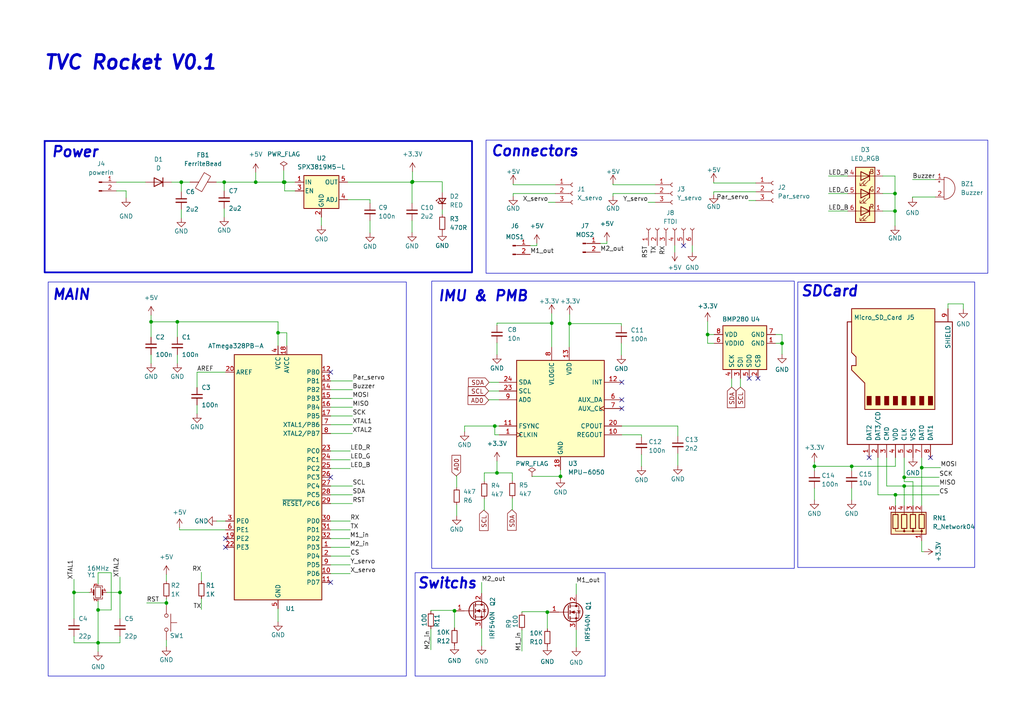
<source format=kicad_sch>
(kicad_sch (version 20230121) (generator eeschema)
  (paper "A4")
  (title_block (title "TVC Rocket") (rev "V0.1") (company "Ibrahim Essam Ibrahim"))
  (lib_symbols
    (symbol "Connector:Conn_01x02_Pin" (pin_names (offset 1.016) hide)
      (property "Reference" "J" (at 0 2.54 0))
      (property "Value" "Conn_01x02_Pin" (at 0 -5.08 0))
      (symbol "Conn_01x02_Pin_1_1"
        (pin passive line (at 5.08 0 180) (length 3.81) (name "Pin_1") (number "1"))
        (pin passive line (at 5.08 -2.54 180) (length 3.81) (name "Pin_2") (number "2"))
      )
    )
    (symbol "Connector:Conn_01x03_Socket" (pin_names (offset 1.016) hide)
      (property "Reference" "J" (at 0 5.08 0))
      (property "Value" "Conn_01x03_Socket" (at 0 -5.08 0))
      (symbol "Conn_01x03_Socket_1_1"
        (pin passive line (at -5.08 2.54 0) (length 3.81) (name "Pin_1") (number "1"))
        (pin passive line (at -5.08 0 0) (length 3.81) (name "Pin_2") (number "2"))
        (pin passive line (at -5.08 -2.54 0) (length 3.81) (name "Pin_3") (number "3"))
      )
    )
    (symbol "Connector:Conn_01x06_Socket" (pin_names (offset 1.016) hide)
      (property "Reference" "J" (at 0 7.62 0))
      (property "Value" "Conn_01x06_Socket" (at 0 -10.16 0))
      (symbol "Conn_01x06_Socket_1_1"
        (pin passive line (at -5.08 5.08 0) (length 3.81) (name "Pin_1") (number "1"))
        (pin passive line (at -5.08 2.54 0) (length 3.81) (name "Pin_2") (number "2"))
        (pin passive line (at -5.08 0 0) (length 3.81) (name "Pin_3") (number "3"))
        (pin passive line (at -5.08 -2.54 0) (length 3.81) (name "Pin_4") (number "4"))
        (pin passive line (at -5.08 -5.08 0) (length 3.81) (name "Pin_5") (number "5"))
        (pin passive line (at -5.08 -7.62 0) (length 3.81) (name "Pin_6") (number "6"))
      )
    )
    (symbol "Connector:Micro_SD_Card" (pin_names (offset 1.016))
      (property "Reference" "J" (at -16.51 15.24 0))
      (property "Value" "Micro_SD_Card" (at 16.51 15.24 0))
      (symbol "Micro_SD_Card_1_1"
        (pin bidirectional line (at -22.86 7.62 0) (length 3.81) (name "DAT2") (number "1"))
        (pin bidirectional line (at -22.86 5.08 0) (length 3.81) (name "DAT3/CD") (number "2"))
        (pin input line (at -22.86 2.54 0) (length 3.81) (name "CMD") (number "3"))
        (pin power_in line (at -22.86 0 0) (length 3.81) (name "VDD") (number "4"))
        (pin input line (at -22.86 -2.54 0) (length 3.81) (name "CLK") (number "5"))
        (pin power_in line (at -22.86 -5.08 0) (length 3.81) (name "VSS") (number "6"))
        (pin bidirectional line (at -22.86 -7.62 0) (length 3.81) (name "DAT0") (number "7"))
        (pin bidirectional line (at -22.86 -10.16 0) (length 3.81) (name "DAT1") (number "8"))
        (pin passive line (at 20.32 -15.24 180) (length 3.81) (name "SHIELD") (number "9"))
      )
    )
    (symbol "Device:Buzzer" (pin_names (offset 0.0254) hide)
      (property "Reference" "BZ" (at 3.81 1.27 0))
      (property "Value" "Buzzer" (at 3.81 -1.27 0))
      (symbol "Buzzer_1_1"
        (pin passive line (at -2.54 2.54 0) (length 2.54) (name "-") (number "1"))
        (pin passive line (at -2.54 -2.54 0) (length 2.54) (name "+") (number "2"))
      )
    )
    (symbol "Device:C_Small" (pin_numbers hide) (pin_names (offset 0.254) hide)
      (property "Reference" "C" (at 0.254 1.778 0))
      (property "Value" "C_Small" (at 0.254 -2.032 0))
      (symbol "C_Small_1_1"
        (pin passive line (at 0 2.54 270) (length 2.032) (name "~") (number "1"))
        (pin passive line (at 0 -2.54 90) (length 2.032) (name "~") (number "2"))
      )
    )
    (symbol "Device:Crystal_GND23_Small" (pin_names (offset 1.016) hide)
      (property "Reference" "Y" (at 1.27 4.445 0))
      (property "Value" "Crystal_GND23_Small" (at 1.27 2.54 0))
      (symbol "Crystal_GND23_Small_1_1"
        (pin passive line (at -2.54 0 0) (length 1.27) (name "1") (number "1"))
        (pin passive line (at 0 -2.54 90) (length 0.635) (name "2") (number "2"))
        (pin passive line (at 0 2.54 270) (length 0.635) (name "3") (number "3"))
        (pin passive line (at 2.54 0 180) (length 1.27) (name "4") (number "4"))
      )
    )
    (symbol "Device:D" (pin_numbers hide) (pin_names (offset 1.016) hide)
      (property "Reference" "D" (at 0 2.54 0))
      (property "Value" "D" (at 0 -2.54 0))
      (symbol "D_1_1"
        (pin passive line (at -3.81 0 0) (length 2.54) (name "K") (number "1"))
        (pin passive line (at 3.81 0 180) (length 2.54) (name "A") (number "2"))
      )
    )
    (symbol "Device:FerriteBead" (pin_numbers hide) (pin_names (offset 0))
      (property "Reference" "FB" (at -3.81 0.635 90))
      (property "Value" "FerriteBead" (at 3.81 0 90))
      (symbol "FerriteBead_1_1"
        (pin passive line (at 0 3.81 270) (length 2.54) (name "~") (number "1"))
        (pin passive line (at 0 -3.81 90) (length 2.54) (name "~") (number "2"))
      )
    )
    (symbol "Device:LED_RGB" (pin_names (offset 0) hide)
      (property "Reference" "D" (at 0 9.398 0))
      (property "Value" "LED_RGB" (at 0 -8.89 0))
      (symbol "LED_RGB_0_0"
        (text "B" (at -1.905 -6.35 0) (effects (font (size 1.27 1.27))))
        (text "G" (at -1.905 -1.27 0) (effects (font (size 1.27 1.27))))
        (text "R" (at -1.905 3.81 0) (effects (font (size 1.27 1.27))))
      )
      (symbol "LED_RGB_1_1"
        (pin passive line (at -5.08 5.08 0) (length 2.54) (name "RK") (number "1"))
        (pin passive line (at -5.08 0 0) (length 2.54) (name "GK") (number "2"))
        (pin passive line (at -5.08 -5.08 0) (length 2.54) (name "BK") (number "3"))
        (pin passive line (at 5.08 -5.08 180) (length 2.54) (name "BA") (number "4"))
        (pin passive line (at 5.08 0 180) (length 2.54) (name "GA") (number "5"))
        (pin passive line (at 5.08 5.08 180) (length 2.54) (name "RA") (number "6"))
      )
    )
    (symbol "Device:LED_Small" (pin_numbers hide) (pin_names (offset 0.254) hide)
      (property "Reference" "D" (at -1.27 3.175 0))
      (property "Value" "LED_Small" (at -4.445 -2.54 0))
      (symbol "LED_Small_1_1"
        (pin passive line (at -2.54 0 0) (length 1.778) (name "K") (number "1"))
        (pin passive line (at 2.54 0 180) (length 1.778) (name "A") (number "2"))
      )
    )
    (symbol "Device:R_Network04" (pin_names (offset 0) hide)
      (property "Reference" "RN" (at -7.62 0 90))
      (property "Value" "R_Network04" (at 5.08 0 90))
      (symbol "R_Network04_1_1"
        (pin passive line (at -5.08 5.08 270) (length 2.54) (name "common") (number "1"))
        (pin passive line (at -5.08 -5.08 90) (length 1.27) (name "R1") (number "2"))
        (pin passive line (at -2.54 -5.08 90) (length 1.27) (name "R2") (number "3"))
        (pin passive line (at 0 -5.08 90) (length 1.27) (name "R3") (number "4"))
        (pin passive line (at 2.54 -5.08 90) (length 1.27) (name "R4") (number "5"))
      )
    )
    (symbol "Device:R_Small" (pin_numbers hide) (pin_names (offset 0.254) hide)
      (property "Reference" "R" (at 0.762 0.508 0))
      (property "Value" "R_Small" (at 0.762 -1.016 0))
      (symbol "R_Small_1_1"
        (pin passive line (at 0 2.54 270) (length 0.762) (name "~") (number "1"))
        (pin passive line (at 0 -2.54 90) (length 0.762) (name "~") (number "2"))
      )
    )
    (symbol "MCU_Microchip_ATmega:ATmega328PB-A"
      (property "Reference" "U" (at -12.7 36.83 0))
      (property "Value" "ATmega328PB-A" (at 2.54 -36.83 0))
      (symbol "ATmega328PB-A_1_1"
        (pin bidirectional line (at 15.24 -20.32 180) (length 2.54) (name "PD3") (number "1"))
        (pin bidirectional line (at 15.24 -27.94 180) (length 2.54) (name "PD6") (number "10"))
        (pin bidirectional line (at 15.24 -30.48 180) (length 2.54) (name "PD7") (number "11"))
        (pin bidirectional line (at 15.24 30.48 180) (length 2.54) (name "PB0") (number "12"))
        (pin bidirectional line (at 15.24 27.94 180) (length 2.54) (name "PB1") (number "13"))
        (pin bidirectional line (at 15.24 25.4 180) (length 2.54) (name "PB2") (number "14"))
        (pin bidirectional line (at 15.24 22.86 180) (length 2.54) (name "PB3") (number "15"))
        (pin bidirectional line (at 15.24 20.32 180) (length 2.54) (name "PB4") (number "16"))
        (pin bidirectional line (at 15.24 17.78 180) (length 2.54) (name "PB5") (number "17"))
        (pin power_in line (at 2.54 38.1 270) (length 2.54) (name "AVCC") (number "18"))
        (pin bidirectional line (at -15.24 -17.78 0) (length 2.54) (name "PE2") (number "19"))
        (pin bidirectional line (at 15.24 -22.86 180) (length 2.54) (name "PD4") (number "2"))
        (pin passive line (at -15.24 30.48 0) (length 2.54) (name "AREF") (number "20"))
        (pin passive line (at 0 -38.1 90) (length 2.54) hide (name "GND") (number "21"))
        (pin bidirectional line (at -15.24 -20.32 0) (length 2.54) (name "PE3") (number "22"))
        (pin bidirectional line (at 15.24 7.62 180) (length 2.54) (name "PC0") (number "23"))
        (pin bidirectional line (at 15.24 5.08 180) (length 2.54) (name "PC1") (number "24"))
        (pin bidirectional line (at 15.24 2.54 180) (length 2.54) (name "PC2") (number "25"))
        (pin bidirectional line (at 15.24 0 180) (length 2.54) (name "PC3") (number "26"))
        (pin bidirectional line (at 15.24 -2.54 180) (length 2.54) (name "PC4") (number "27"))
        (pin bidirectional line (at 15.24 -5.08 180) (length 2.54) (name "PC5") (number "28"))
        (pin bidirectional line (at 15.24 -7.62 180) (length 2.54) (name "~{RESET}/PC6") (number "29"))
        (pin bidirectional line (at -15.24 -12.7 0) (length 2.54) (name "PE0") (number "3"))
        (pin bidirectional line (at 15.24 -12.7 180) (length 2.54) (name "PD0") (number "30"))
        (pin bidirectional line (at 15.24 -15.24 180) (length 2.54) (name "PD1") (number "31"))
        (pin bidirectional line (at 15.24 -17.78 180) (length 2.54) (name "PD2") (number "32"))
        (pin power_in line (at 0 38.1 270) (length 2.54) (name "VCC") (number "4"))
        (pin power_in line (at 0 -38.1 90) (length 2.54) (name "GND") (number "5"))
        (pin bidirectional line (at -15.24 -15.24 0) (length 2.54) (name "PE1") (number "6"))
        (pin bidirectional line (at 15.24 15.24 180) (length 2.54) (name "XTAL1/PB6") (number "7"))
        (pin bidirectional line (at 15.24 12.7 180) (length 2.54) (name "XTAL2/PB7") (number "8"))
        (pin bidirectional line (at 15.24 -25.4 180) (length 2.54) (name "PD5") (number "9"))
      )
    )
    (symbol "Regulator_Linear:SPX3819M5-L" (pin_names (offset 0.254))
      (property "Reference" "U" (at -3.81 5.715 0))
      (property "Value" "SPX3819M5-L" (at 0 5.715 0))
      (symbol "SPX3819M5-L_1_1"
        (pin power_in line (at -7.62 2.54 0) (length 2.54) (name "IN") (number "1"))
        (pin power_in line (at 0 -7.62 90) (length 2.54) (name "GND") (number "2"))
        (pin input line (at -7.62 0 0) (length 2.54) (name "EN") (number "3"))
        (pin input line (at 7.62 -2.54 180) (length 2.54) (name "ADJ") (number "4"))
        (pin power_out line (at 7.62 2.54 180) (length 2.54) (name "OUT") (number "5"))
      )
    )
    (symbol "Sensor_Motion:MPU-6050"
      (property "Reference" "U" (at -11.43 13.97 0))
      (property "Value" "MPU-6050" (at 7.62 -15.24 0))
      (symbol "MPU-6050_0_0"
        (text "" (at 12.7 -2.54 0) (effects (font (size 1.27 1.27))))
      )
      (symbol "MPU-6050_1_1"
        (pin input clock (at -17.78 -7.62 0) (length 5.08) (name "CLKIN") (number "1"))
        (pin passive line (at 17.78 -7.62 180) (length 5.08) (name "REGOUT") (number "10"))
        (pin input line (at -17.78 -5.08 0) (length 5.08) (name "FSYNC") (number "11"))
        (pin output line (at 17.78 7.62 180) (length 5.08) (name "INT") (number "12"))
        (pin power_in line (at 2.54 17.78 270) (length 3.81) (name "VDD") (number "13"))
        (pin no_connect line (at -12.7 -10.16 0) (length 2.54) hide (name "NC") (number "14"))
        (pin no_connect line (at 12.7 12.7 180) (length 2.54) hide (name "NC") (number "15"))
        (pin no_connect line (at 12.7 10.16 180) (length 2.54) hide (name "NC") (number "16"))
        (pin no_connect line (at 12.7 5.08 180) (length 2.54) hide (name "NC") (number "17"))
        (pin power_in line (at 0 -17.78 90) (length 3.81) (name "GND") (number "18"))
        (pin no_connect line (at 12.7 -10.16 180) (length 2.54) hide (name "RESV") (number "19"))
        (pin no_connect line (at -12.7 12.7 0) (length 2.54) hide (name "NC") (number "2"))
        (pin passive line (at 17.78 -5.08 180) (length 5.08) (name "CPOUT") (number "20"))
        (pin no_connect line (at 12.7 -2.54 180) (length 2.54) hide (name "RESV") (number "21"))
        (pin no_connect line (at 12.7 -12.7 180) (length 2.54) hide (name "RESV") (number "22"))
        (pin input line (at -17.78 5.08 0) (length 5.08) (name "SCL") (number "23"))
        (pin bidirectional line (at -17.78 7.62 0) (length 5.08) (name "SDA") (number "24"))
        (pin no_connect line (at -12.7 10.16 0) (length 2.54) hide (name "NC") (number "3"))
        (pin no_connect line (at -12.7 0 0) (length 2.54) hide (name "NC") (number "4"))
        (pin no_connect line (at -12.7 -2.54 0) (length 2.54) hide (name "NC") (number "5"))
        (pin bidirectional line (at 17.78 2.54 180) (length 5.08) (name "AUX_DA") (number "6"))
        (pin output clock (at 17.78 0 180) (length 5.08) (name "AUX_CL") (number "7"))
        (pin power_in line (at -2.54 17.78 270) (length 3.81) (name "VLOGIC") (number "8"))
        (pin input line (at -17.78 2.54 0) (length 5.08) (name "AD0") (number "9"))
      )
    )
    (symbol "Sensor_Pressure:BMP280"
      (property "Reference" "U" (at -7.62 10.16 0))
      (property "Value" "BMP280" (at 5.08 10.16 0))
      (symbol "BMP280_1_1"
        (pin power_in line (at 0 -7.62 90) (length 2.54) (name "GND") (number "1"))
        (pin input line (at -10.16 -2.54 0) (length 2.54) (name "CSB") (number "2"))
        (pin bidirectional line (at -10.16 2.54 0) (length 2.54) (name "SDI") (number "3"))
        (pin input line (at -10.16 5.08 0) (length 2.54) (name "SCK") (number "4"))
        (pin bidirectional line (at -10.16 0 0) (length 2.54) (name "SDO") (number "5"))
        (pin power_in line (at 0 10.16 270) (length 2.54) (name "VDDIO") (number "6"))
        (pin power_in line (at 2.54 -7.62 90) (length 2.54) (name "GND") (number "7"))
        (pin power_in line (at 2.54 10.16 270) (length 2.54) (name "VDD") (number "8"))
      )
    )
    (symbol "Switch:SW_Push" (pin_numbers hide) (pin_names (offset 1.016) hide)
      (property "Reference" "SW" (at 1.27 2.54 0))
      (property "Value" "SW_Push" (at 0 -1.524 0))
      (symbol "SW_Push_0_1"
        (pin passive line (at -5.08 0 0) (length 2.54) (name "1") (number "1"))
        (pin passive line (at 5.08 0 180) (length 2.54) (name "2") (number "2"))
      )
    )
    (symbol "Transistor_FET:IRF540N" (pin_names hide)
      (property "Reference" "Q" (at 6.35 1.905 0))
      (property "Value" "IRF540N" (at 6.35 0 0))
      (symbol "IRF540N_1_1"
        (pin input line (at -5.08 0 0) (length 2.54) (name "G") (number "1"))
        (pin passive line (at 2.54 5.08 270) (length 2.54) (name "D") (number "2"))
        (pin passive line (at 2.54 -5.08 90) (length 2.54) (name "S") (number "3"))
      )
    )
    (symbol "power:+3.3V" (power) (pin_names (offset 0))
      (property "Value" "+3.3V" (at 0 3.556 0))
      (symbol "+3.3V_1_1"
        (pin power_in line (at 0 0 90) (length 0) hide (name "+3.3V") (number "1"))
      )
    )
    (symbol "power:+5V" (power) (pin_names (offset 0))
      (property "Value" "+5V" (at 0 3.556 0))
      (symbol "+5V_1_1"
        (pin power_in line (at 0 0 90) (length 0) hide (name "+5V") (number "1"))
      )
    )
    (symbol "power:GND" (power) (pin_names (offset 0))
      (property "Value" "GND" (at 0 -3.81 0))
      (symbol "GND_1_1"
        (pin power_in line (at 0 0 270) (length 0) hide (name "GND") (number "1"))
      )
    )
    (symbol "power:PWR_FLAG" (power) (pin_numbers hide) (pin_names (offset 0) hide)
      (property "Value" "PWR_FLAG" (at 0 3.81 0))
      (symbol "PWR_FLAG_0_0"
        (pin power_out line (at 0 0 90) (length 0) (name "pwr") (number "1"))
      )
    )
  )
  (junction (at 52.578 52.832))
  (junction (at 259.588 56.134))
  (junction (at 236.22 135.255))
  (junction (at 158.75 177.546))
  (junction (at 205.232 97.028))
  (junction (at 82.55 52.832))
  (junction (at 28.448 176.911))
  (junction (at 65.024 52.832))
  (junction (at 48.26 174.879))
  (junction (at 119.634 52.705))
  (junction (at 74.168 52.832))
  (junction (at 80.645 96.52))
  (junction (at 43.815 93.345))
  (junction (at 34.798 171.831))
  (junction (at 131.826 177.165))
  (junction (at 144.145 137.16))
  (junction (at 162.56 138.176))
  (junction (at 51.435 93.345))
  (junction (at 247.015 135.255))
  (junction (at 267.335 135.636))
  (junction (at 82.296 52.832))
  (junction (at 262.255 140.97))
  (junction (at 28.448 186.436))
  (junction (at 160.02 93.726))
  (junction (at 259.588 61.214))
  (junction (at 21.463 171.831))
  (junction (at 259.715 143.51))
  (junction (at 226.822 99.568))
  (junction (at 165.227 93.853))
  (junction (at 143.51 123.571))
  (junction (at 262.255 138.43))
  (junction (at 119.507 52.832))
  (no_connect (at 198.247 71.247))
  (no_connect (at 252.095 132.715))
  (no_connect (at 95.885 138.43))
  (no_connect (at 219.837 109.728))
  (no_connect (at 180.34 110.871))
  (no_connect (at 269.875 132.715))
  (no_connect (at 65.405 156.21))
  (no_connect (at 95.885 168.91))
  (no_connect (at 95.885 107.95))
  (no_connect (at 180.34 118.491))
  (no_connect (at 217.297 109.728))
  (no_connect (at 65.405 158.75))
  (no_connect (at 180.34 115.951))
  (wire (pts (xy 119.507 52.832) (xy 119.634 52.832)))
  (wire (pts (xy 119.634 52.705) (xy 119.634 52.832)))
  (wire (pts (xy 43.815 102.87) (xy 43.815 105.41)))
  (wire (pts (xy 262.255 132.715) (xy 262.255 138.43)))
  (wire (pts (xy 119.634 49.784) (xy 119.634 52.705)))
  (wire (pts (xy 107.315 57.912) (xy 107.315 58.928)))
  (wire (pts (xy 131.826 177.165) (xy 131.826 182.118)))
  (wire (pts (xy 141.732 115.951) (xy 141.732 116.078)))
  (wire (pts (xy 65.405 153.67) (xy 52.07 153.67)))
  (wire (pts (xy 52.578 60.706) (xy 52.578 63.246)))
  (wire (pts (xy 57.15 107.95) (xy 65.405 107.95)))
  (wire (pts (xy 101.6 133.35) (xy 95.885 133.35)))
  (wire (pts (xy 28.448 176.911) (xy 28.448 186.436)))
  (wire (pts (xy 176.022 69.977) (xy 176.022 70.612)))
  (wire (pts (xy 132.461 141.351) (xy 132.461 138.049)))
  (wire (pts (xy 58.42 176.784) (xy 58.42 173.609)))
  (wire (pts (xy 80.645 96.52) (xy 83.185 96.52)))
  (wire (pts (xy 186.055 131.826) (xy 186.055 135.255)))
  (wire (pts (xy 36.576 55.372) (xy 36.576 57.404)))
  (wire (pts (xy 205.232 93.218) (xy 205.232 97.028)))
  (wire (pts (xy 21.463 168.021) (xy 21.463 171.831)))
  (wire (pts (xy 167.132 169.291) (xy 167.132 172.466)))
  (wire (pts (xy 247.015 135.255) (xy 247.015 136.525)))
  (wire (pts (xy 95.885 118.11) (xy 102.235 118.11)))
  (wire (pts (xy 51.435 93.345) (xy 51.435 97.79)))
  (wire (pts (xy 65.024 52.832) (xy 65.024 55.372)))
  (wire (pts (xy 240.284 51.054) (xy 245.872 51.054)))
  (wire (pts (xy 148.844 53.594) (xy 148.844 53.34)))
  (wire (pts (xy 153.797 71.247) (xy 155.702 71.247)))
  (wire (pts (xy 101.6 153.67) (xy 95.885 153.67)))
  (wire (pts (xy 256.032 56.134) (xy 259.588 56.134)))
  (wire (pts (xy 124.968 188.468) (xy 124.968 182.372)))
  (wire (pts (xy 162.56 138.176) (xy 154.305 138.176)))
  (wire (pts (xy 180.34 123.571) (xy 196.596 123.571)))
  (wire (pts (xy 177.8 53.594) (xy 189.992 53.594)))
  (wire (pts (xy 247.015 141.605) (xy 247.015 145.034)))
  (wire (pts (xy 272.415 140.97) (xy 262.255 140.97)))
  (wire (pts (xy 28.448 176.911) (xy 28.448 174.371)))
  (wire (pts (xy 95.885 146.05) (xy 102.235 146.05)))
  (wire (pts (xy 279.4 89.662) (xy 279.4 88.138)))
  (wire (pts (xy 119.507 52.832) (xy 100.838 52.832)))
  (wire (pts (xy 140.462 137.16) (xy 144.145 137.16)))
  (wire (pts (xy 21.463 184.531) (xy 21.463 186.436)))
  (wire (pts (xy 180.213 94.488) (xy 180.213 93.853)))
  (wire (pts (xy 139.7 182.245) (xy 139.7 187.325)))
  (wire (pts (xy 144.145 93.726) (xy 160.02 93.726)))
  (wire (pts (xy 131.826 177.165) (xy 131.826 177.038)))
  (wire (pts (xy 262.255 138.43) (xy 272.415 138.43)))
  (wire (pts (xy 52.578 55.626) (xy 52.578 52.832)))
  (wire (pts (xy 226.822 97.028) (xy 224.917 97.028)))
  (wire (pts (xy 240.284 61.214) (xy 245.872 61.214)))
  (wire (pts (xy 101.6 163.83) (xy 95.885 163.83)))
  (wire (pts (xy 57.15 117.475) (xy 57.15 120.015)))
  (wire (pts (xy 148.844 53.594) (xy 161.036 53.594)))
  (wire (pts (xy 226.822 102.743) (xy 226.822 99.568)))
  (wire (pts (xy 48.26 173.609) (xy 48.26 174.879)))
  (wire (pts (xy 207.01 55.626) (xy 207.01 56.388)))
  (wire (pts (xy 259.715 132.715) (xy 259.715 135.255)))
  (wire (pts (xy 65.024 52.832) (xy 74.168 52.832)))
  (wire (pts (xy 259.715 143.51) (xy 259.715 146.685)))
  (wire (pts (xy 165.227 91.186) (xy 165.227 93.853)))
  (wire (pts (xy 267.335 160.02) (xy 267.97 160.02)))
  (wire (pts (xy 131.826 177.165) (xy 132.08 177.165)))
  (wire (pts (xy 279.4 88.138) (xy 274.955 88.138)))
  (wire (pts (xy 195.707 73.152) (xy 195.707 71.247)))
  (wire (pts (xy 272.796 135.636) (xy 267.335 135.636)))
  (wire (pts (xy 128.27 60.833) (xy 128.27 62.23)))
  (wire (pts (xy 48.26 174.879) (xy 48.26 175.514)))
  (wire (pts (xy 30.988 171.831) (xy 34.798 171.831)))
  (wire (pts (xy 101.6 130.81) (xy 95.885 130.81)))
  (wire (pts (xy 257.175 140.97) (xy 257.175 132.715)))
  (wire (pts (xy 247.015 135.255) (xy 236.22 135.255)))
  (wire (pts (xy 262.255 138.43) (xy 262.255 139.7)))
  (wire (pts (xy 28.448 169.291) (xy 28.448 166.116)))
  (wire (pts (xy 177.8 53.594) (xy 177.8 53.34)))
  (wire (pts (xy 180.34 126.111) (xy 186.055 126.111)))
  (wire (pts (xy 43.815 93.345) (xy 51.435 93.345)))
  (wire (pts (xy 264.668 57.15) (xy 264.668 57.404)))
  (wire (pts (xy 100.838 57.912) (xy 107.315 57.912)))
  (wire (pts (xy 158.75 177.546) (xy 158.75 177.419)))
  (wire (pts (xy 85.598 55.372) (xy 82.55 55.372)))
  (wire (pts (xy 144.145 99.441) (xy 144.145 102.87)))
  (wire (pts (xy 207.01 55.626) (xy 219.202 55.626)))
  (wire (pts (xy 62.865 151.13) (xy 65.405 151.13)))
  (wire (pts (xy 165.1 93.853) (xy 165.227 93.853)))
  (wire (pts (xy 144.78 126.111) (xy 143.51 126.111)))
  (wire (pts (xy 143.51 126.111) (xy 143.51 123.571)))
  (wire (pts (xy 95.885 120.65) (xy 102.235 120.65)))
  (wire (pts (xy 236.22 141.605) (xy 236.22 145.034)))
  (wire (pts (xy 101.6 135.89) (xy 95.885 135.89)))
  (wire (pts (xy 141.732 113.411) (xy 144.78 113.411)))
  (wire (pts (xy 102.235 143.51) (xy 95.885 143.51)))
  (wire (pts (xy 207.01 53.086) (xy 207.01 52.832)))
  (wire (pts (xy 49.784 52.832) (xy 52.578 52.832)))
  (wire (pts (xy 28.448 186.436) (xy 28.448 188.976)))
  (wire (pts (xy 167.132 182.626) (xy 167.132 187.706)))
  (wire (pts (xy 158.75 177.419) (xy 151.384 177.419)))
  (wire (pts (xy 226.822 97.028) (xy 226.822 99.568)))
  (wire (pts (xy 82.296 49.403) (xy 82.296 52.832)))
  (wire (pts (xy 51.435 93.345) (xy 80.645 93.345)))
  (wire (pts (xy 33.782 55.372) (xy 36.576 55.372)))
  (wire (pts (xy 259.715 135.255) (xy 247.015 135.255)))
  (wire (pts (xy 42.545 174.879) (xy 48.26 174.879)))
  (wire (pts (xy 95.885 166.37) (xy 101.6 166.37)))
  (wire (pts (xy 259.588 56.134) (xy 259.588 61.214)))
  (wire (pts (xy 159.004 58.674) (xy 161.036 58.674)))
  (wire (pts (xy 155.702 70.612) (xy 155.702 71.247)))
  (wire (pts (xy 132.461 146.431) (xy 132.461 149.606)))
  (wire (pts (xy 177.8 56.134) (xy 189.992 56.134)))
  (wire (pts (xy 33.782 52.832) (xy 42.164 52.832)))
  (wire (pts (xy 144.78 123.571) (xy 143.51 123.571)))
  (wire (pts (xy 148.844 56.134) (xy 148.844 56.896)))
  (wire (pts (xy 139.7 168.91) (xy 139.7 172.085)))
  (wire (pts (xy 205.232 97.028) (xy 205.232 99.568)))
  (wire (pts (xy 162.56 136.271) (xy 162.56 138.176)))
  (wire (pts (xy 160.02 93.726) (xy 160.02 100.711)))
  (wire (pts (xy 101.6 151.13) (xy 95.885 151.13)))
  (wire (pts (xy 140.462 147.955) (xy 140.335 147.955)))
  (wire (pts (xy 32.258 176.911) (xy 28.448 176.911)))
  (wire (pts (xy 102.235 125.73) (xy 95.885 125.73)))
  (wire (pts (xy 95.885 110.49) (xy 102.235 110.49)))
  (wire (pts (xy 144.145 94.361) (xy 144.145 93.726)))
  (wire (pts (xy 48.26 166.624) (xy 48.26 168.529)))
  (wire (pts (xy 48.26 185.674) (xy 48.26 187.579)))
  (wire (pts (xy 134.747 123.571) (xy 134.747 125.222)))
  (wire (pts (xy 101.473 158.75) (xy 95.885 158.75)))
  (wire (pts (xy 236.22 133.985) (xy 236.22 135.255)))
  (wire (pts (xy 262.255 139.7) (xy 264.795 139.7)))
  (wire (pts (xy 212.217 112.268) (xy 212.217 109.728)))
  (wire (pts (xy 95.885 161.29) (xy 101.6 161.29)))
  (wire (pts (xy 85.598 52.832) (xy 82.55 52.832)))
  (wire (pts (xy 207.01 53.086) (xy 219.202 53.086)))
  (wire (pts (xy 158.75 177.546) (xy 159.512 177.546)))
  (wire (pts (xy 107.315 64.008) (xy 107.315 67.564)))
  (wire (pts (xy 74.168 52.832) (xy 74.168 50.038)))
  (wire (pts (xy 25.908 171.831) (xy 21.463 171.831)))
  (wire (pts (xy 141.859 110.871) (xy 144.78 110.871)))
  (wire (pts (xy 207.137 99.568) (xy 205.232 99.568)))
  (wire (pts (xy 259.715 143.51) (xy 254.635 143.51)))
  (wire (pts (xy 262.255 140.97) (xy 262.255 146.685)))
  (wire (pts (xy 267.335 135.636) (xy 267.335 146.685)))
  (wire (pts (xy 144.145 133.731) (xy 144.145 137.16)))
  (wire (pts (xy 132.461 138.049) (xy 132.334 138.049)))
  (wire (pts (xy 165.1 93.853) (xy 165.1 100.711)))
  (wire (pts (xy 32.258 166.116) (xy 32.258 176.911)))
  (wire (pts (xy 119.507 64.008) (xy 119.507 67.437)))
  (wire (pts (xy 119.634 52.705) (xy 128.27 52.705)))
  (wire (pts (xy 174.117 70.612) (xy 176.022 70.612)))
  (wire (pts (xy 93.218 65.405) (xy 93.218 62.992)))
  (wire (pts (xy 21.463 186.436) (xy 28.448 186.436)))
  (wire (pts (xy 34.798 171.831) (xy 34.798 179.451)))
  (wire (pts (xy 57.15 107.95) (xy 57.15 112.395)))
  (wire (pts (xy 148.59 147.828) (xy 148.463 147.828)))
  (wire (pts (xy 180.213 99.568) (xy 180.213 102.997)))
  (wire (pts (xy 186.055 126.111) (xy 186.055 126.746)))
  (wire (pts (xy 43.815 91.44) (xy 43.815 93.345)))
  (wire (pts (xy 80.645 100.33) (xy 80.645 96.52)))
  (wire (pts (xy 119.507 58.928) (xy 119.507 52.832)))
  (wire (pts (xy 259.588 61.214) (xy 256.032 61.214)))
  (wire (pts (xy 34.798 167.386) (xy 34.798 171.831)))
  (wire (pts (xy 140.462 139.573) (xy 140.462 137.16)))
  (wire (pts (xy 196.596 123.571) (xy 196.596 126.492)))
  (wire (pts (xy 200.787 73.152) (xy 200.787 71.247)))
  (wire (pts (xy 160.02 90.932) (xy 160.02 93.726)))
  (wire (pts (xy 177.8 56.134) (xy 177.8 56.896)))
  (wire (pts (xy 124.968 177.038) (xy 124.968 177.292)))
  (wire (pts (xy 151.384 177.419) (xy 151.384 177.673)))
  (wire (pts (xy 131.826 177.038) (xy 124.968 177.038)))
  (wire (pts (xy 128.27 55.753) (xy 128.27 52.705)))
  (wire (pts (xy 101.473 156.21) (xy 95.885 156.21)))
  (wire (pts (xy 158.75 177.546) (xy 158.75 182.372)))
  (wire (pts (xy 65.024 60.452) (xy 65.024 62.992)))
  (wire (pts (xy 80.645 93.345) (xy 80.645 96.52)))
  (wire (pts (xy 28.448 166.116) (xy 32.258 166.116)))
  (wire (pts (xy 143.51 123.571) (xy 134.747 123.571)))
  (wire (pts (xy 52.07 153.67) (xy 52.07 153.035)))
  (wire (pts (xy 140.462 144.653) (xy 140.462 147.955)))
  (wire (pts (xy 34.798 186.436) (xy 28.448 186.436)))
  (wire (pts (xy 236.22 135.255) (xy 236.22 136.525)))
  (wire (pts (xy 102.235 140.97) (xy 95.885 140.97)))
  (wire (pts (xy 52.578 52.832) (xy 55.118 52.832)))
  (wire (pts (xy 224.917 99.568) (xy 226.822 99.568)))
  (wire (pts (xy 102.235 123.19) (xy 95.885 123.19)))
  (wire (pts (xy 95.885 115.57) (xy 102.235 115.57)))
  (wire (pts (xy 34.798 184.531) (xy 34.798 186.436)))
  (wire (pts (xy 240.284 56.134) (xy 245.872 56.134)))
  (wire (pts (xy 259.588 51.054) (xy 259.588 56.134)))
  (wire (pts (xy 82.55 55.372) (xy 82.55 52.832)))
  (wire (pts (xy 144.78 115.951) (xy 141.732 115.951)))
  (wire (pts (xy 148.844 56.134) (xy 161.036 56.134)))
  (wire (pts (xy 80.645 176.53) (xy 80.645 180.34)))
  (wire (pts (xy 272.415 143.51) (xy 259.715 143.51)))
  (wire (pts (xy 187.96 58.674) (xy 189.992 58.674)))
  (wire (pts (xy 264.668 52.07) (xy 271.272 52.07)))
  (wire (pts (xy 144.145 137.16) (xy 148.59 137.16)))
  (wire (pts (xy 74.168 52.832) (xy 82.296 52.832)))
  (wire (pts (xy 271.272 57.15) (xy 264.668 57.15)))
  (wire (pts (xy 254.635 143.51) (xy 254.635 132.715)))
  (wire (pts (xy 205.232 97.028) (xy 207.137 97.028)))
  (wire (pts (xy 148.59 144.526) (xy 148.59 147.828)))
  (wire (pts (xy 43.815 97.79) (xy 43.815 93.345)))
  (wire (pts (xy 214.757 112.268) (xy 214.757 109.728)))
  (wire (pts (xy 151.384 188.849) (xy 151.384 182.753)))
  (wire (pts (xy 217.17 58.166) (xy 219.202 58.166)))
  (wire (pts (xy 162.56 138.176) (xy 162.56 138.811)))
  (wire (pts (xy 196.596 131.572) (xy 196.596 135.001)))
  (wire (pts (xy 274.955 88.138) (xy 274.955 89.535)))
  (wire (pts (xy 267.335 132.715) (xy 267.335 135.636)))
  (wire (pts (xy 82.296 52.832) (xy 82.55 52.832)))
  (wire (pts (xy 83.185 96.52) (xy 83.185 100.33)))
  (wire (pts (xy 58.42 165.989) (xy 58.42 168.529)))
  (wire (pts (xy 21.463 171.831) (xy 21.463 179.451)))
  (wire (pts (xy 259.588 65.532) (xy 259.588 61.214)))
  (wire (pts (xy 102.235 113.03) (xy 95.885 113.03)))
  (wire (pts (xy 264.795 139.7) (xy 264.795 146.685)))
  (wire (pts (xy 51.435 102.87) (xy 51.435 105.41)))
  (wire (pts (xy 148.59 137.16) (xy 148.59 139.446)))
  (wire (pts (xy 165.227 93.853) (xy 180.213 93.853)))
  (wire (pts (xy 256.032 51.054) (xy 259.588 51.054)))
  (wire (pts (xy 62.738 52.832) (xy 65.024 52.832)))
  (wire (pts (xy 267.335 156.845) (xy 267.335 160.02)))
  (wire (pts (xy 262.255 140.97) (xy 257.175 140.97)))
  (rectangle (start 13.97 81.788) (end 117.856 196.088))
  (rectangle (start 12.954 40.894) (end 136.906 78.994) (stroke (width 0.5)))
  (rectangle (start 140.97 40.64) (end 286.512 79.248))
  (rectangle (start 120.396 166.116) (end 175.514 196.088))
  (rectangle (start 125.222 81.534) (end 230.378 164.846))
  (rectangle (start 231.394 81.788) (end 282.702 164.592))
  (text "MAIN\n\n\n" (at 14.986 97.028 0) (effects (font (size 3 3) bold italic) (justify left bottom)))
  (text "SDCard" (at 232.156 86.36 0) (effects (font (size 3 3) bold italic) (justify left bottom)))
  (text "TVC Rocket V0.1\n\n" (at 12.573 27.051 0) (effects (font (size 4 4) bold italic) (justify left bottom)))
  (text "Switchs\n" (at 120.904 171.069 0) (effects (font (size 3 3) bold italic) (justify left bottom)))
  (text "Connectors\n" (at 142.24 45.72 0) (effects (font (size 3 3) bold italic) (justify left bottom)))
  (text "IMU & PMB\n" (at 126.873 87.757 0) (effects (font (size 3 3) bold italic) (justify left bottom)))
  (text "Power\n" (at 14.732 45.974 0) (effects (font (size 3 3) bold italic) (justify left bottom)))
  (label "LED_R" (at 101.6 130.81 0))
  (label "M1_out" (at 167.132 169.291 0))
  (label "X_servo" (at 101.6 166.37 0))
  (label "XTAL2" (at 102.235 125.73 0))
  (label "TX" (at 58.42 176.784 180))
  (label "LED_R" (at 240.284 51.054 0))
  (label "LED_B" (at 240.284 61.214 0))
  (label "Y_servo" (at 101.6 163.83 0))
  (label "MISO" (at 102.235 118.11 0))
  (label "Par_servo" (at 102.235 110.49 0))
  (label "M1_in" (at 151.384 188.849 90))
  (label "TX" (at 101.6 153.67 0))
  (label "TX" (at 190.627 71.247 270))
  (label "XTAL1" (at 21.463 168.021 90))
  (label "LED_B" (at 101.6 135.89 0))
  (label "SDA" (at 102.235 143.51 0))
  (label "CS" (at 272.415 143.51 0))
  (label "Buzzer" (at 102.235 113.03 0))
  (label "XTAL2" (at 34.798 167.386 90))
  (label "M2_in" (at 101.473 158.75 0))
  (label "RX" (at 101.6 151.13 0))
  (label "M2_out" (at 174.117 73.152 0))
  (label "LED_G" (at 240.284 56.134 0))
  (label "RST" (at 42.545 174.879 0))
  (label "SCK" (at 272.415 138.43 0))
  (label "RST" (at 188.087 71.247 270))
  (label "M2_out" (at 139.7 168.91 0))
  (label "MOSI" (at 102.235 115.57 0))
  (label "M1_out" (at 153.797 73.787 0))
  (label "MOSI" (at 272.796 135.636 0))
  (label "M2_in" (at 124.968 188.468 90))
  (label "RX" (at 193.167 71.247 270))
  (label "SCL" (at 102.235 140.97 0))
  (label "AREF" (at 57.15 107.95 0))
  (label "CS" (at 101.6 161.29 0))
  (label "SCK" (at 102.235 120.65 0))
  (label "XTAL1" (at 102.235 123.19 0))
  (label "X_servo" (at 159.004 58.674 180))
  (label "RST" (at 102.235 146.05 0))
  (label "LED_G" (at 101.6 133.35 0))
  (label "M1_in" (at 101.473 156.21 0))
  (label "Y_servo" (at 187.96 58.674 180))
  (label "RX" (at 58.42 165.989 180))
  (label "MISO" (at 272.415 140.97 0))
  (label "Buzzer" (at 264.668 52.07 0))
  (label "Par_servo" (at 217.17 58.166 180))
  (global_label "AD0" (shape input) (at 132.334 138.049 90) (property "Intersheetrefs" "${INTERSHEET_REFS}" (effects hide)))
  (global_label "SDA" (shape input) (at 141.859 110.871 180) (property "Intersheetrefs" "${INTERSHEET_REFS}" (effects hide)))
  (global_label "SCL" (shape input) (at 214.757 112.268 270) (property "Intersheetrefs" "${INTERSHEET_REFS}" (effects hide)))
  (global_label "AD0" (shape input) (at 141.732 116.078 180) (property "Intersheetrefs" "${INTERSHEET_REFS}" (effects hide)))
  (global_label "SCL" (shape input) (at 141.732 113.411 180) (property "Intersheetrefs" "${INTERSHEET_REFS}" (effects hide)))
  (global_label "SCL" (shape input) (at 140.335 147.955 270) (property "Intersheetrefs" "${INTERSHEET_REFS}" (effects hide)))
  (global_label "SDA" (shape input) (at 148.463 147.828 270) (property "Intersheetrefs" "${INTERSHEET_REFS}" (effects hide)))
  (global_label "SDA" (shape input) (at 212.217 112.268 270) (property "Intersheetrefs" "${INTERSHEET_REFS}" (effects hide)))
  (symbol (lib_id "power:+5V") (at 176.022 69.977 0) (unit 1)
    (property "Reference" "#PWR046" (effects hide))
    (property "Value" "+5V" (at 176.022 64.897 0))
  )
  (symbol (lib_id "power:GND") (at 167.132 187.706 0) (unit 1)
    (property "Reference" "#PWR041" (effects hide))
    (property "Value" "GND" (at 167.132 192.151 0))
  )
  (symbol (lib_id "Device:R_Small") (at 132.461 143.891 0) (mirror x) (unit 1)
    (property "Reference" "R6" (at 134.366 145.161 0) (effects (justify left)))
    (property "Value" "4k7" (at 134.366 142.621 0) (effects (justify left)))
    (property "Footprint" "Resistor_SMD:R_0402_1005Metric" (effects hide))
  )
  (symbol (lib_id "power:PWR_FLAG") (at 154.305 138.176 0) (unit 1)
    (property "Reference" "#FLG02" (effects hide))
    (property "Value" "PWR_FLAG" (at 154.305 134.493 0))
  )
  (symbol (lib_id "power:+5V") (at 155.702 70.612 0) (unit 1)
    (property "Reference" "#PWR045" (effects hide))
    (property "Value" "+5V" (at 155.702 65.532 0))
  )
  (symbol (lib_id "Connector:Conn_01x02_Pin") (at 169.037 70.612 0) (unit 1)
    (property "Reference" "J7" (at 169.672 65.532 0))
    (property "Value" "MOS2" (at 169.672 68.072 0))
    (property "Footprint" "Connector_JST:JST_EH_S2B-EH_1x02_P2.50mm_Horizontal" (effects hide))
  )
  (symbol (lib_id "power:GND") (at 177.8 56.896 0) (unit 1)
    (property "Reference" "#PWR016" (effects hide))
    (property "Value" "GND" (at 177.8 60.452 0))
  )
  (symbol (lib_id "power:+5V") (at 207.01 52.832 0) (mirror y) (unit 1)
    (property "Reference" "#PWR013" (effects hide))
    (property "Value" "+5V" (at 207.01 49.276 0))
  )
  (symbol (lib_id "power:+3.3V") (at 165.227 91.186 0) (unit 1)
    (property "Reference" "#PWR032" (effects hide))
    (property "Value" "+3.3V" (at 165.354 87.376 0))
  )
  (symbol (lib_id "Device:R_Small") (at 48.26 171.069 0) (unit 1)
    (property "Reference" "R2" (at 49.53 169.799 0) (effects (justify left)))
    (property "Value" "1K" (at 49.53 172.339 0) (effects (justify left)))
    (property "Footprint" "Resistor_SMD:R_0603_1608Metric" (effects hide))
  )
  (symbol (lib_id "power:+5V") (at 43.815 91.44 0) (unit 1)
    (property "Reference" "#PWR04" (effects hide))
    (property "Value" "+5V" (at 43.815 86.36 0))
  )
  (symbol (lib_id "power:GND") (at 43.815 105.41 0) (unit 1)
    (property "Reference" "#PWR02" (effects hide))
    (property "Value" "GND" (at 43.815 109.22 0))
  )
  (symbol (lib_id "Device:R_Small") (at 140.462 142.113 0) (unit 1)
    (property "Reference" "R4" (at 142.367 140.843 0) (effects (justify left)))
    (property "Value" "4k7" (at 142.367 143.383 0) (effects (justify left)))
    (property "Footprint" "Resistor_SMD:R_0402_1005Metric" (effects hide))
  )
  (symbol (lib_id "Device:R_Small") (at 128.27 64.77 0) (unit 1)
    (property "Reference" "R3" (at 130.429 63.5 0) (effects (justify left)))
    (property "Value" "470R" (at 130.429 66.04 0) (effects (justify left)))
    (property "Footprint" "Resistor_SMD:R_0603_1608Metric" (effects hide))
  )
  (symbol (lib_id "power:GND") (at 207.01 56.388 0) (unit 1)
    (property "Reference" "#PWR014" (effects hide))
    (property "Value" "GND" (at 207.01 59.944 0))
  )
  (symbol (lib_id "Device:C_Small") (at 51.435 100.33 0) (unit 1)
    (property "Reference" "C1" (at 52.705 97.79 0) (effects (justify left)))
    (property "Value" "100n" (at 52.705 102.87 0) (effects (justify left)))
    (property "Footprint" "Capacitor_SMD:C_0603_1608Metric" (effects hide))
  )
  (symbol (lib_id "Device:R_Small") (at 158.75 184.912 180) (unit 1)
    (property "Reference" "R10" (at 157.48 186.182 0) (effects (justify left)))
    (property "Value" "10K" (at 157.48 183.642 0) (effects (justify left)))
    (property "Footprint" "Resistor_SMD:R_0603_1608Metric" (effects hide))
  )
  (symbol (lib_id "Device:R_Small") (at 58.42 171.069 0) (unit 1)
    (property "Reference" "R1" (at 59.69 169.799 0) (effects (justify left)))
    (property "Value" "1K" (at 59.69 172.339 0) (effects (justify left)))
    (property "Footprint" "Resistor_SMD:R_0603_1608Metric" (effects hide))
  )
  (symbol (lib_id "Device:C_Small") (at 186.055 129.286 0) (unit 1)
    (property "Reference" "C12" (at 188.087 128.143 0) (effects (justify left)))
    (property "Value" "100n" (at 188.087 130.683 0) (effects (justify left)))
    (property "Footprint" "Capacitor_SMD:C_0402_1005Metric" (effects hide))
  )
  (symbol (lib_id "power:GND") (at 131.826 187.198 0) (unit 1)
    (property "Reference" "#PWR043" (effects hide))
    (property "Value" "GND" (at 131.826 191.643 0))
  )
  (symbol (lib_id "Device:C_Small") (at 236.22 139.065 0) (unit 1)
    (property "Reference" "C14" (at 238.252 137.922 0) (effects (justify left)))
    (property "Value" "100n" (at 238.252 140.462 0) (effects (justify left)))
    (property "Footprint" "Capacitor_SMD:C_0402_1005Metric" (effects hide))
  )
  (symbol (lib_id "power:GND") (at 139.7 187.325 0) (unit 1)
    (property "Reference" "#PWR044" (effects hide))
    (property "Value" "GND" (at 139.7 191.77 0))
  )
  (symbol (lib_id "Device:C_Small") (at 144.145 96.901 0) (unit 1)
    (property "Reference" "C8" (at 147.193 95.6373 0) (effects (justify left)))
    (property "Value" "10n" (at 147.193 98.1773 0) (effects (justify left)))
    (property "Footprint" "Capacitor_SMD:C_0402_1005Metric" (effects hide))
  )
  (symbol (lib_id "Device:C_Small") (at 247.015 139.065 0) (unit 1)
    (property "Reference" "C15" (at 249.047 137.541 0) (effects (justify left)))
    (property "Value" "10u" (at 249.047 140.081 0) (effects (justify left)))
    (property "Footprint" "Capacitor_SMD:C_0402_1005Metric" (effects hide))
  )
  (symbol (lib_id "Device:C_Small") (at 43.815 100.33 0) (unit 1)
    (property "Reference" "C2" (at 45.085 97.79 0) (effects (justify left)))
    (property "Value" "100n" (at 45.085 102.87 0) (effects (justify left)))
    (property "Footprint" "Capacitor_SMD:C_0603_1608Metric" (effects hide))
  )
  (symbol (lib_id "power:GND") (at 80.645 180.34 0) (unit 1)
    (property "Reference" "#PWR01" (effects hide))
    (property "Value" "GND" (at 80.645 184.15 0))
  )
  (symbol (lib_id "power:GND") (at 128.27 67.31 0) (unit 1)
    (property "Reference" "#PWR026" (effects hide))
    (property "Value" "GND" (at 128.27 71.247 0))
  )
  (symbol (lib_id "Device:Crystal_GND23_Small") (at 28.448 171.831 0) (unit 1)
    (property "Reference" "Y1" (at 26.543 166.751 0))
    (property "Value" "16MHz" (at 28.448 164.846 0))
    (property "Footprint" "Crystal:Crystal_SMD_3225-4Pin_3.2x2.5mm" (effects hide))
  )
  (symbol (lib_id "MCU_Microchip_ATmega:ATmega328PB-A") (at 80.645 138.43 0) (unit 1)
    (property "Reference" "U1" (at 82.8391 176.53 0) (effects (justify left)))
    (property "Value" "ATmega328PB-A" (at 60.325 100.33 0) (effects (justify left)))
    (property "Footprint" "Package_QFP:TQFP-32_7x7mm_P0.8mm" (effects hide))
    (property "Datasheet" "http://ww1.microchip.com/downloads/en/DeviceDoc/40001906C.pdf" (effects hide))
  )
  (symbol (lib_id "power:GND") (at 162.56 138.811 0) (unit 1)
    (property "Reference" "#PWR031" (effects hide))
    (property "Value" "GND" (at 162.56 142.748 0))
  )
  (symbol (lib_id "power:+3.3V") (at 119.634 49.784 0) (unit 1)
    (property "Reference" "#PWR025" (effects hide))
    (property "Value" "+3.3V" (at 119.634 44.704 0))
  )
  (symbol (lib_id "power:GND") (at 65.024 62.992 0) (unit 1)
    (property "Reference" "#PWR019" (effects hide))
    (property "Value" "GND" (at 65.024 66.802 0))
  )
  (symbol (lib_id "Connector:Conn_01x02_Pin") (at 28.702 52.832 0) (unit 1)
    (property "Reference" "J4" (at 29.337 47.498 0))
    (property "Value" "powerIn" (at 29.337 50.038 0))
    (property "Footprint" "Connector_JST:JST_EH_S2B-EH_1x02_P2.50mm_Horizontal" (effects hide))
  )
  (symbol (lib_id "Regulator_Linear:SPX3819M5-L") (at 93.218 55.372 0) (unit 1)
    (property "Reference" "U2" (at 93.218 45.8978 0))
    (property "Value" "SPX3819M5-L" (at 93.218 48.4378 0))
    (property "Footprint" "Package_TO_SOT_SMD:SOT-23-5" (effects hide))
    (property "Datasheet" "https://www.exar.com/content/document.ashx?id=22106&languageid=1033&type=Datasheet&partnumber=SPX3819&filename=SPX3819.pdf&part=SPX3819" (effects hide))
  )
  (symbol (lib_id "power:GND") (at 264.668 57.404 0) (unit 1)
    (property "Reference" "#PWR021" (effects hide))
    (property "Value" "GND" (at 264.668 61.722 0))
  )
  (symbol (lib_id "Transistor_FET:IRF540N") (at 137.16 177.165 0) (unit 1)
    (property "Reference" "Q2" (at 142.875 175.895 90) (effects (justify left)))
    (property "Value" "IRF540N" (at 142.748 185.42 90) (effects (justify left)))
    (property "Footprint" "Package_TO_SOT_SMD:ATPAK-2" (effects hide))
    (property "Datasheet" "http://www.irf.com/product-info/datasheets/data/irf540n.pdf" (effects hide))
  )
  (symbol (lib_id "power:GND") (at 226.822 102.743 0) (unit 1)
    (property "Reference" "#PWR038" (effects hide))
    (property "Value" "GND" (at 226.822 107.188 0))
  )
  (symbol (lib_id "power:+5V") (at 195.707 73.152 180) (unit 1)
    (property "Reference" "#PWR047" (effects hide))
    (property "Value" "+5V" (at 195.707 77.597 0))
  )
  (symbol (lib_id "Device:R_Small") (at 124.968 179.832 180) (unit 1)
    (property "Reference" "R11" (at 126.746 178.054 90) (effects (justify left)))
    (property "Value" "100" (at 123.063 177.927 90) (effects (justify left)))
    (property "Footprint" "Resistor_SMD:R_0603_1608Metric" (effects hide))
  )
  (symbol (lib_id "power:GND") (at 158.75 187.452 0) (unit 1)
    (property "Reference" "#PWR042" (effects hide))
    (property "Value" "GND" (at 158.75 191.897 0))
  )
  (symbol (lib_id "power:GND") (at 236.22 145.034 0) (unit 1)
    (property "Reference" "#PWR051" (effects hide))
    (property "Value" "GND" (at 236.22 148.971 0))
  )
  (symbol (lib_id "power:+3.3V") (at 267.97 160.02 270) (unit 1)
    (property "Reference" "#PWR050" (effects hide))
    (property "Value" "+3.3V" (at 272.161 160.02 0))
  )
  (symbol (lib_id "Switch:SW_Push") (at 48.26 180.594 270) (unit 1)
    (property "Reference" "SW1" (at 53.34 184.404 90) (effects (justify right)))
    (property "Value" "SW_Push" (effects hide))
    (property "Footprint" "Button_Switch_SMD:SW_SPST_PTS645" (effects hide))
  )
  (symbol (lib_id "power:GND") (at 279.4 89.662 0) (unit 1)
    (property "Reference" "#PWR054" (effects hide))
    (property "Value" "GND" (at 279.4 93.98 0))
  )
  (symbol (lib_id "Device:FerriteBead") (at 58.928 52.832 90) (unit 1)
    (property "Reference" "FB1" (at 58.8772 44.958 90))
    (property "Value" "FerriteBead" (at 58.8772 47.498 90))
    (property "Footprint" "Inductor_SMD:L_0805_2012Metric" (effects hide))
  )
  (symbol (lib_id "Connector:Conn_01x02_Pin") (at 148.717 71.247 0) (unit 1)
    (property "Reference" "J6" (at 149.352 65.532 0))
    (property "Value" "MOS1" (at 149.352 68.707 0))
    (property "Footprint" "Connector_JST:JST_EH_S2B-EH_1x02_P2.50mm_Horizontal" (effects hide))
  )
  (symbol (lib_id "power:GND") (at 52.578 63.246 0) (unit 1)
    (property "Reference" "#PWR018" (effects hide))
    (property "Value" "GND" (at 52.578 67.056 0))
  )
  (symbol (lib_id "Device:C_Small") (at 52.578 58.166 0) (unit 1)
    (property "Reference" "C6" (at 53.848 55.626 0) (effects (justify left)))
    (property "Value" "2u2" (at 53.848 60.706 0) (effects (justify left)))
    (property "Footprint" "Capacitor_SMD:C_0805_2012Metric" (effects hide))
  )
  (symbol (lib_id "Connector:Conn_01x03_Socket") (at 166.116 56.134 0) (unit 1)
    (property "Reference" "J1" (at 167.386 54.864 0) (effects (justify left)))
    (property "Value" "X_servo" (at 167.386 57.404 0) (effects (justify left)))
    (property "Footprint" "Connector_JST:JST_EH_S3B-EH_1x03_P2.50mm_Horizontal" (effects hide))
  )
  (symbol (lib_id "power:GND") (at 51.435 105.41 0) (unit 1)
    (property "Reference" "#PWR03" (effects hide))
    (property "Value" "GND" (at 51.435 109.22 0))
  )
  (symbol (lib_id "power:GND") (at 57.15 120.015 0) (unit 1)
    (property "Reference" "#PWR07" (effects hide))
    (property "Value" "GND" (at 57.15 123.825 0))
  )
  (symbol (lib_id "power:GND") (at 247.015 145.034 0) (unit 1)
    (property "Reference" "#PWR052" (effects hide))
    (property "Value" "GND" (at 247.015 148.971 0))
  )
  (symbol (lib_id "power:GND") (at 48.26 187.579 0) (unit 1)
    (property "Reference" "#PWR010" (effects hide))
    (property "Value" "GND" (at 48.26 191.389 0))
  )
  (symbol (lib_id "Device:LED_Small") (at 128.27 58.293 90) (unit 1)
    (property "Reference" "D2" (at 130.429 56.9595 90) (effects (justify right)))
    (property "Value" "RED" (at 130.429 59.4995 90) (effects (justify right)))
    (property "Footprint" "LED_SMD:LED_0603_1608Metric" (effects hide))
  )
  (symbol (lib_id "Device:C_Small") (at 107.315 61.468 0) (unit 1)
    (property "Reference" "C9" (at 109.728 60.2043 0) (effects (justify left)))
    (property "Value" "100n" (at 109.728 62.7443 0) (effects (justify left)))
    (property "Footprint" "Capacitor_SMD:C_0603_1608Metric_Pad1.08x0.95mm_HandSolder" (effects hide))
  )
  (symbol (lib_id "power:+5V") (at 74.168 50.038 0) (unit 1)
    (property "Reference" "#PWR020" (effects hide))
    (property "Value" "+5V" (at 74.168 44.7548 0))
  )
  (symbol (lib_id "Device:C_Small") (at 119.507 61.468 0) (unit 1)
    (property "Reference" "C10" (at 121.92 60.2043 0) (effects (justify left)))
    (property "Value" "2u2" (at 121.92 62.7443 0) (effects (justify left)))
    (property "Footprint" "Capacitor_SMD:C_0805_2012Metric" (effects hide))
  )
  (symbol (lib_id "power:GND") (at 107.315 67.564 0) (unit 1)
    (property "Reference" "#PWR023" (effects hide))
    (property "Value" "GND" (at 107.315 71.501 0))
  )
  (symbol (lib_id "Device:D") (at 45.974 52.832 180) (unit 1)
    (property "Reference" "D1" (at 45.974 46.228 0))
    (property "Value" "D" (at 45.974 48.768 0))
    (property "Footprint" "Diode_SMD:D_0805_2012Metric" (effects hide))
    (property "Sim.Device" "D" (effects hide))
    (property "Sim.Pins" "1=K 2=A" (effects hide))
  )
  (symbol (lib_id "power:GND") (at 200.787 73.152 0) (unit 1)
    (property "Reference" "#PWR048" (effects hide))
    (property "Value" "GND" (at 200.787 77.597 0))
  )
  (symbol (lib_id "Device:C_Small") (at 34.798 181.991 0) (unit 1)
    (property "Reference" "C5" (at 36.068 179.451 0) (effects (justify left)))
    (property "Value" "22p" (at 36.068 184.531 0) (effects (justify left)))
    (property "Footprint" "Capacitor_SMD:C_0603_1608Metric" (effects hide))
  )
  (symbol (lib_id "Connector:Micro_SD_Card") (at 259.715 109.855 90) (unit 1)
    (property "Reference" "J5" (at 262.89 92.075 90) (effects (justify right)))
    (property "Value" "Micro_SD_Card" (at 247.65 92.075 90) (effects (justify right)))
    (property "Footprint" "Connector_Card:microSD_HC_Hirose_DM3D-SF" (effects hide))
    (property "Datasheet" "http://katalog.we-online.de/em/datasheet/693072010801.pdf" (effects hide))
  )
  (symbol (lib_id "Device:Buzzer") (at 273.812 54.61 0) (unit 1)
    (property "Reference" "BZ1" (at 278.638 53.34 0) (effects (justify left)))
    (property "Value" "Buzzer" (at 278.638 55.88 0) (effects (justify left)))
    (property "Footprint" "Buzzer_Beeper:Buzzer_TDK_PS1240P02BT_D12.2mm_H6.5mm" (effects hide))
  )
  (symbol (lib_id "power:GND") (at 259.588 65.532 0) (unit 1)
    (property "Reference" "#PWR027" (effects hide))
    (property "Value" "GND" (at 259.588 69.088 0))
  )
  (symbol (lib_id "power:GND") (at 134.747 125.222 0) (unit 1)
    (property "Reference" "#PWR028" (effects hide))
    (property "Value" "GND" (at 134.747 129.032 0))
  )
  (symbol (lib_id "power:GND") (at 148.844 56.896 0) (unit 1)
    (property "Reference" "#PWR011" (effects hide))
    (property "Value" "GND" (at 148.844 60.452 0))
  )
  (symbol (lib_id "power:GND") (at 28.448 188.976 0) (unit 1)
    (property "Reference" "#PWR08" (effects hide))
    (property "Value" "GND" (at 28.448 193.421 0))
  )
  (symbol (lib_id "Sensor_Pressure:BMP280") (at 217.297 99.568 90) (unit 1)
    (property "Reference" "U4" (at 220.472 92.583 90) (effects (justify left)))
    (property "Value" "BMP280" (at 217.297 92.583 90) (effects (justify left)))
    (property "Footprint" "Package_LGA:Bosch_LGA-8_2x2.5mm_P0.65mm_ClockwisePinNumbering" (effects hide))
    (property "Datasheet" "https://ae-bst.resource.bosch.com/media/_tech/media/datasheets/BST-BMP280-DS001.pdf" (effects hide))
  )
  (symbol (lib_id "Transistor_FET:IRF540N") (at 164.592 177.546 0) (unit 1)
    (property "Reference" "Q1" (at 170.688 177.038 90) (effects (justify left)))
    (property "Value" "IRF540N" (at 170.434 186.182 90) (effects (justify left)))
    (property "Footprint" "Package_TO_SOT_SMD:ATPAK-2" (effects hide))
    (property "Datasheet" "http://www.irf.com/product-info/datasheets/data/irf540n.pdf" (effects hide))
  )
  (symbol (lib_id "power:+5V") (at 148.844 53.34 0) (mirror y) (unit 1)
    (property "Reference" "#PWR012" (effects hide))
    (property "Value" "+5V" (at 148.844 49.784 0))
  )
  (symbol (lib_id "Device:R_Small") (at 151.384 180.213 180) (unit 1)
    (property "Reference" "R9" (at 147.574 179.578 90) (effects (justify left)))
    (property "Value" "100" (at 149.479 178.308 90) (effects (justify left)))
    (property "Footprint" "Resistor_SMD:R_0603_1608Metric" (effects hide))
  )
  (symbol (lib_id "power:+5V") (at 48.26 166.624 0) (unit 1)
    (property "Reference" "#PWR09" (effects hide))
    (property "Value" "+5V" (at 48.26 161.544 0))
  )
  (symbol (lib_id "power:GND") (at 196.596 135.001 0) (unit 1)
    (property "Reference" "#PWR035" (effects hide))
    (property "Value" "GND" (at 196.596 138.938 0))
  )
  (symbol (lib_id "power:PWR_FLAG") (at 82.296 49.403 0) (unit 1)
    (property "Reference" "#FLG01" (effects hide))
    (property "Value" "PWR_FLAG" (at 82.296 44.704 0))
  )
  (symbol (lib_id "power:GND") (at 93.218 65.405 0) (unit 1)
    (property "Reference" "#PWR022" (effects hide))
    (property "Value" "GND" (at 93.218 69.342 0))
  )
  (symbol (lib_id "power:+3.3V") (at 160.02 90.932 0) (unit 1)
    (property "Reference" "#PWR030" (effects hide))
    (property "Value" "+3.3V" (at 159.258 87.376 0))
  )
  (symbol (lib_id "power:+3.3V") (at 236.22 133.985 0) (unit 1)
    (property "Reference" "#PWR053" (effects hide))
    (property "Value" "+3.3V" (at 236.22 129.794 0))
  )
  (symbol (lib_id "Connector:Conn_01x06_Socket") (at 193.167 66.167 90) (unit 1)
    (property "Reference" "J8" (at 194.437 61.722 90))
    (property "Value" "FTDI" (at 194.437 64.262 90))
    (property "Footprint" "Connector_PinHeader_1.00mm:PinHeader_1x06_P1.00mm_Vertical" (effects hide))
  )
  (symbol (lib_id "Device:C_Small") (at 196.596 129.032 0) (unit 1)
    (property "Reference" "C13" (at 198.628 127.508 0) (effects (justify left)))
    (property "Value" "2n2" (at 198.628 130.048 0) (effects (justify left)))
    (property "Footprint" "Capacitor_SMD:C_0402_1005Metric" (effects hide))
  )
  (symbol (lib_id "power:+3.3V") (at 144.145 133.731 0) (unit 1)
    (property "Reference" "#PWR036" (effects hide))
    (property "Value" "+3.3V" (at 144.145 128.651 0))
  )
  (symbol (lib_id "power:GND") (at 180.213 102.997 0) (unit 1)
    (property "Reference" "#PWR033" (effects hide))
    (property "Value" "GND" (at 180.213 106.934 0))
  )
  (symbol (lib_id "Device:C_Small") (at 21.463 181.991 0) (unit 1)
    (property "Reference" "C4" (at 22.733 179.451 0) (effects (justify left)))
    (property "Value" "22p" (at 22.733 184.531 0) (effects (justify left)))
    (property "Footprint" "Capacitor_SMD:C_0603_1608Metric" (effects hide))
  )
  (symbol (lib_id "Device:LED_RGB") (at 250.952 56.134 180) (unit 1)
    (property "Reference" "D3" (at 250.952 43.434 0))
    (property "Value" "LED_RGB" (at 250.952 45.974 0))
    (property "Footprint" "LED_SMD:LED_RGB_5050-6" (effects hide))
  )
  (symbol (lib_id "Device:R_Small") (at 148.59 141.986 0) (unit 1)
    (property "Reference" "R5" (at 150.495 140.716 0) (effects (justify left)))
    (property "Value" "4k7" (at 150.495 143.256 0) (effects (justify left)))
    (property "Footprint" "Resistor_SMD:R_0402_1005Metric" (effects hide))
  )
  (symbol (lib_id "power:GND") (at 62.865 151.13 270) (unit 1)
    (property "Reference" "#PWR06" (effects hide))
    (property "Value" "GND" (at 58.42 151.13 90))
  )
  (symbol (lib_id "Device:R_Small") (at 131.826 184.658 180) (unit 1)
    (property "Reference" "R12" (at 130.556 185.928 0) (effects (justify left)))
    (property "Value" "10K" (at 130.556 183.388 0) (effects (justify left)))
    (property "Footprint" "Resistor_SMD:R_0603_1608Metric" (effects hide))
  )
  (symbol (lib_id "Device:R_Network04") (at 262.255 151.765 180) (unit 1)
    (property "Reference" "RN1" (at 270.51 150.241 0) (effects (justify right)))
    (property "Value" "R_Network04" (at 270.51 152.781 0) (effects (justify right)))
    (property "Footprint" "Resistor_THT:R_Array_SIP5" (effects hide))
    (property "Datasheet" "http://www.vishay.com/docs/31509/csc.pdf" (effects hide))
  )
  (symbol (lib_id "power:GND") (at 264.795 132.715 0) (unit 1)
    (property "Reference" "#PWR049" (effects hide))
    (property "Value" "GND" (at 264.795 137.16 0))
  )
  (symbol (lib_id "Connector:Conn_01x03_Socket") (at 224.282 55.626 0) (unit 1)
    (property "Reference" "J2" (at 225.552 54.356 0) (effects (justify left)))
    (property "Value" "Par_servo" (at 225.552 56.896 0) (effects (justify left)))
    (property "Footprint" "Connector_JST:JST_EH_S3B-EH_1x03_P2.50mm_Horizontal" (effects hide))
  )
  (symbol (lib_id "power:+5V") (at 52.07 153.035 0) (unit 1)
    (property "Reference" "#PWR05" (effects hide))
    (property "Value" "+5V" (at 52.07 148.59 0))
  )
  (symbol (lib_id "Sensor_Motion:MPU-6050") (at 162.56 118.491 0) (unit 1)
    (property "Reference" "U3" (at 164.7541 134.4422 0) (effects (justify left)))
    (property "Value" "MPU-6050" (at 164.7541 136.9822 0) (effects (justify left)))
    (property "Footprint" "Sensor_Motion:InvenSense_QFN-24_4x4mm_P0.5mm" (effects hide))
    (property "Datasheet" "https://invensense.tdk.com/wp-content/uploads/2015/02/MPU-6000-Datasheet1.pdf" (effects hide))
  )
  (symbol (lib_id "power:GND") (at 36.576 57.404 0) (unit 1)
    (property "Reference" "#PWR017" (effects hide))
    (property "Value" "GND" (at 36.576 62.738 0))
  )
  (symbol (lib_id "Device:C_Small") (at 180.213 97.028 0) (unit 1)
    (property "Reference" "C11" (at 182.88 95.7643 0) (effects (justify left)))
    (property "Value" "100n" (at 182.88 98.3043 0) (effects (justify left)))
    (property "Footprint" "Capacitor_SMD:C_0402_1005Metric" (effects hide))
  )
  (symbol (lib_id "Device:C_Small") (at 57.15 114.935 0) (unit 1)
    (property "Reference" "C3" (at 58.42 112.395 0) (effects (justify left)))
    (property "Value" "100n" (at 58.42 117.475 0) (effects (justify left)))
    (property "Footprint" "Capacitor_SMD:C_0603_1608Metric" (effects hide))
  )
  (symbol (lib_id "power:+5V") (at 177.8 53.34 0) (mirror y) (unit 1)
    (property "Reference" "#PWR015" (effects hide))
    (property "Value" "+5V" (at 177.8 49.784 0))
  )
  (symbol (lib_id "Connector:Conn_01x03_Socket") (at 195.072 56.134 0) (unit 1)
    (property "Reference" "J3" (at 196.342 54.864 0) (effects (justify left)))
    (property "Value" "Y_servo" (at 196.342 57.404 0) (effects (justify left)))
    (property "Footprint" "Connector_JST:JST_EH_S3B-EH_1x03_P2.50mm_Horizontal" (effects hide))
  )
  (symbol (lib_id "power:GND") (at 132.461 149.606 0) (unit 1)
    (property "Reference" "#PWR037" (effects hide))
    (property "Value" "GND" (at 132.461 153.543 0))
  )
  (symbol (lib_id "Device:C_Small") (at 65.024 57.912 0) (unit 1)
    (property "Reference" "C7" (at 66.294 55.372 0) (effects (justify left)))
    (property "Value" "2u2" (at 66.294 60.452 0) (effects (justify left)))
    (property "Footprint" "Capacitor_SMD:C_0805_2012Metric" (effects hide))
  )
  (symbol (lib_id "power:GND") (at 144.145 102.87 0) (unit 1)
    (property "Reference" "#PWR029" (effects hide))
    (property "Value" "GND" (at 144.145 106.807 0))
  )
  (symbol (lib_id "power:GND") (at 186.055 135.255 0) (unit 1)
    (property "Reference" "#PWR034" (effects hide))
    (property "Value" "GND" (at 186.055 139.192 0))
  )
  (symbol (lib_id "power:GND") (at 119.507 67.437 0) (unit 1)
    (property "Reference" "#PWR024" (effects hide))
    (property "Value" "GND" (at 119.507 71.374 0))
  )
  (symbol (lib_id "power:+3.3V") (at 205.232 93.218 0) (unit 1)
    (property "Reference" "#PWR039" (effects hide))
    (property "Value" "+3.3V" (at 205.232 88.773 0))
  )
)
</source>
